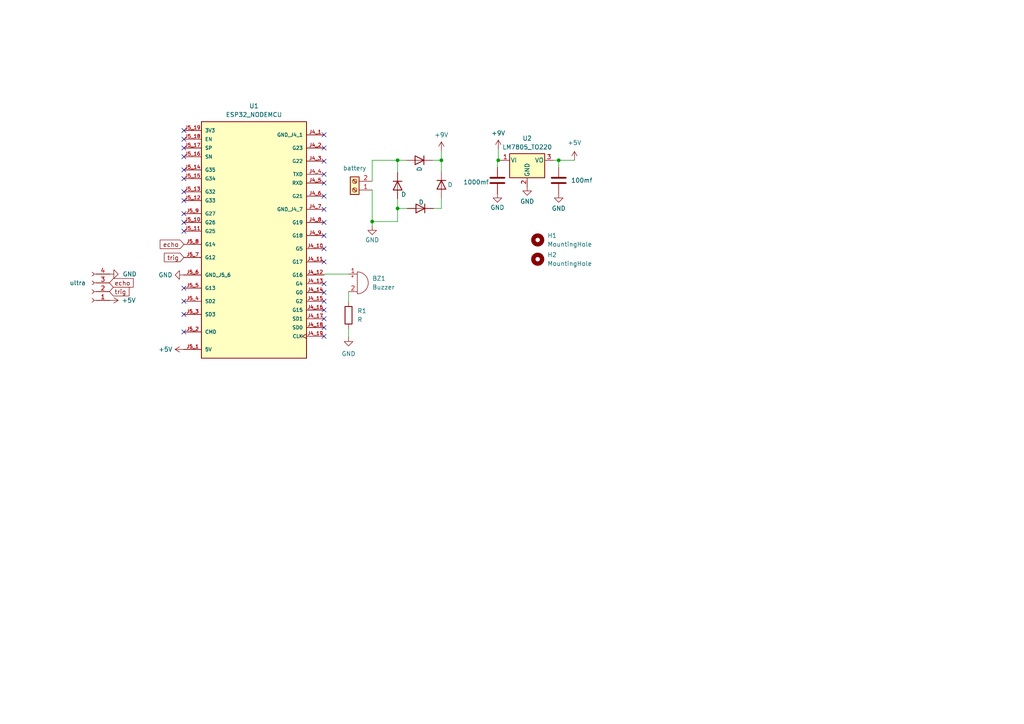
<source format=kicad_sch>
(kicad_sch (version 20231120) (generator "eeschema") (generator_version "8.0")
  (paper "A4")
  (lib_symbols
    (symbol "Connector:Conn_01x04_Socket" (pin_names (offset 1.016) hide)
      (property "Reference" "J" (at 0 5.08 0))
      (property "Value" "Conn_01x04_Socket" (at 0 -7.62 0))
      (symbol "Conn_01x04_Socket_1_1"
        (arc (start 0 -4.572) (mid -0.5058 -5.08) (end 0 -5.588) (stroke (width 0.1524)))
        (arc (start 0 -2.032) (mid -0.5058 -2.54) (end 0 -3.048) (stroke (width 0.1524)))
        (polyline (pts (xy -1.27 -5.08) (xy -0.508 -5.08)) (stroke (width 0.1524)))
        (polyline (pts (xy -1.27 -2.54) (xy -0.508 -2.54)) (stroke (width 0.1524)))
        (polyline (pts (xy -1.27 0) (xy -0.508 0)) (stroke (width 0.1524)))
        (polyline (pts (xy -1.27 2.54) (xy -0.508 2.54)) (stroke (width 0.1524)))
        (arc (start 0 0.508) (mid -0.5058 0) (end 0 -0.508) (stroke (width 0.1524)))
        (arc (start 0 3.048) (mid -0.5058 2.54) (end 0 2.032) (stroke (width 0.1524)))
        (pin passive line (at -5.08 2.54 0) (length 3.81) (name "Pin_1") (number "1"))
        (pin passive line (at -5.08 0 0) (length 3.81) (name "Pin_2") (number "2"))
        (pin passive line (at -5.08 -2.54 0) (length 3.81) (name "Pin_3") (number "3"))
        (pin passive line (at -5.08 -5.08 0) (length 3.81) (name "Pin_4") (number "4"))
      )
    )
    (symbol "Connector:Screw_Terminal_01x02" (pin_names (offset 1.016) hide)
      (property "Reference" "J" (at 0 2.54 0))
      (property "Value" "Screw_Terminal_01x02" (at 0 -5.08 0))
      (symbol "Screw_Terminal_01x02_1_1"
        (rectangle (start -1.27 1.27) (end 1.27 -3.81) (stroke (width 0.254)) (fill (type background)))
        (circle (center 0 -2.54) (radius 0.635) (stroke (width 0.1524)))
        (polyline (pts (xy -0.5334 -2.2098) (xy 0.3302 -3.048)) (stroke (width 0.1524)))
        (polyline (pts (xy -0.5334 0.3302) (xy 0.3302 -0.508)) (stroke (width 0.1524)))
        (polyline (pts (xy -0.3556 -2.032) (xy 0.508 -2.8702)) (stroke (width 0.1524)))
        (polyline (pts (xy -0.3556 0.508) (xy 0.508 -0.3302)) (stroke (width 0.1524)))
        (circle (center 0 0) (radius 0.635) (stroke (width 0.1524)))
        (pin passive line (at -5.08 0 0) (length 3.81) (name "Pin_1") (number "1"))
        (pin passive line (at -5.08 -2.54 0) (length 3.81) (name "Pin_2") (number "2"))
      )
    )
    (symbol "Device:Buzzer" (pin_names (offset 0.0254) hide)
      (property "Reference" "BZ" (at 3.81 1.27 0))
      (property "Value" "Buzzer" (at 3.81 -1.27 0))
      (symbol "Buzzer_0_1"
        (arc (start 0 -3.175) (mid 3.1612 0) (end 0 3.175))
        (polyline (pts (xy -1.651 1.905) (xy -1.143 1.905)))
        (polyline (pts (xy -1.397 2.159) (xy -1.397 1.651)))
        (polyline (pts (xy 0 3.175) (xy 0 -3.175)))
      )
      (symbol "Buzzer_1_1"
        (pin passive line (at -2.54 2.54 0) (length 2.54) (name "+") (number "1"))
        (pin passive line (at -2.54 -2.54 0) (length 2.54) (name "-") (number "2"))
      )
    )
    (symbol "Device:C" (pin_numbers hide) (pin_names (offset 0.254))
      (property "Reference" "C" (at 0.635 2.54 0))
      (property "Value" "C" (at 0.635 -2.54 0))
      (symbol "C_0_1"
        (polyline (pts (xy -2.032 -0.762) (xy 2.032 -0.762)) (stroke (width 0.508)))
        (polyline (pts (xy -2.032 0.762) (xy 2.032 0.762)) (stroke (width 0.508)))
      )
      (symbol "C_1_1"
        (pin passive line (at 0 3.81 270) (length 2.794) (name "~") (number "1"))
        (pin passive line (at 0 -3.81 90) (length 2.794) (name "~") (number "2"))
      )
    )
    (symbol "Device:D" (pin_numbers hide) (pin_names (offset 1.016) hide)
      (property "Reference" "D" (at 0 2.54 0))
      (property "Value" "D" (at 0 -2.54 0))
      (symbol "D_0_1"
        (polyline (pts (xy -1.27 1.27) (xy -1.27 -1.27)) (stroke (width 0.254)))
        (polyline (pts (xy 1.27 0) (xy -1.27 0)))
        (polyline (pts (xy 1.27 1.27) (xy 1.27 -1.27) (xy -1.27 0) (xy 1.27 1.27)) (stroke (width 0.254)))
      )
      (symbol "D_1_1"
        (pin passive line (at -3.81 0 0) (length 2.54) (name "K") (number "1"))
        (pin passive line (at 3.81 0 180) (length 2.54) (name "A") (number "2"))
      )
    )
    (symbol "Device:R" (pin_numbers hide) (pin_names (offset 0))
      (property "Reference" "R" (at 2.032 0 90))
      (property "Value" "R" (at 0 0 90))
      (symbol "R_0_1"
        (rectangle (start -1.016 -2.54) (end 1.016 2.54) (stroke (width 0.254)))
      )
      (symbol "R_1_1"
        (pin passive line (at 0 3.81 270) (length 1.27) (name "~") (number "1"))
        (pin passive line (at 0 -3.81 90) (length 1.27) (name "~") (number "2"))
      )
    )
    (symbol "ESP32_NODEMCU:ESP32_NODEMCU" (pin_names (offset 1.016))
      (property "Reference" "U1" (at 0 40.132 0))
      (property "Value" "ESP32_NODEMCU" (at 0 37.592 0))
      (symbol "ESP32_NODEMCU_0_0"
        (rectangle (start -15.24 35.56) (end 15.24 -33.02) (stroke (width 0.254)) (fill (type background)))
        (pin power_in line (at 20.32 31.75 180) (length 5.08) (name "GND_J4_1") (number "J4_1"))
        (pin bidirectional line (at 20.32 -1.27 180) (length 5.08) (name "G5") (number "J4_10"))
        (pin bidirectional line (at 20.32 -5.08 180) (length 5.08) (name "G17") (number "J4_11"))
        (pin bidirectional line (at 20.32 -8.89 180) (length 5.08) (name "G16") (number "J4_12"))
        (pin bidirectional line (at 20.32 -11.43 180) (length 5.08) (name "G4") (number "J4_13"))
        (pin bidirectional line (at 20.32 -13.97 180) (length 5.08) (name "G0") (number "J4_14"))
        (pin bidirectional line (at 20.32 -16.51 180) (length 5.08) (name "G2") (number "J4_15"))
        (pin bidirectional line (at 20.32 -19.05 180) (length 5.08) (name "G15") (number "J4_16"))
        (pin bidirectional line (at 20.32 -21.59 180) (length 5.08) (name "SD1") (number "J4_17"))
        (pin bidirectional line (at 20.32 -24.13 180) (length 5.08) (name "SD0") (number "J4_18"))
        (pin input clock (at 20.32 -26.67 180) (length 5.08) (name "CLK") (number "J4_19"))
        (pin bidirectional line (at 20.32 27.94 180) (length 5.08) (name "G23") (number "J4_2"))
        (pin bidirectional line (at 20.32 24.13 180) (length 5.08) (name "G22") (number "J4_3"))
        (pin output line (at 20.32 20.32 180) (length 5.08) (name "TXD") (number "J4_4"))
        (pin input line (at 20.32 17.78 180) (length 5.08) (name "RXD") (number "J4_5"))
        (pin bidirectional line (at 20.32 13.97 180) (length 5.08) (name "G21") (number "J4_6"))
        (pin power_in line (at 20.32 10.16 180) (length 5.08) (name "GND_J4_7") (number "J4_7"))
        (pin bidirectional line (at 20.32 6.35 180) (length 5.08) (name "G19") (number "J4_8"))
        (pin bidirectional line (at 20.32 2.54 180) (length 5.08) (name "G18") (number "J4_9"))
        (pin power_in line (at -20.32 -30.48 0) (length 5.08) (name "5V") (number "J5_1"))
        (pin bidirectional line (at -20.32 6.35 0) (length 5.08) (name "G26") (number "J5_10"))
        (pin bidirectional line (at -20.32 3.81 0) (length 5.08) (name "G25") (number "J5_11"))
        (pin bidirectional line (at -20.32 12.7 0) (length 5.08) (name "G33") (number "J5_12"))
        (pin bidirectional line (at -20.32 15.24 0) (length 5.08) (name "G32") (number "J5_13"))
        (pin bidirectional line (at -20.32 21.59 0) (length 5.08) (name "G35") (number "J5_14"))
        (pin bidirectional line (at -20.32 19.05 0) (length 5.08) (name "G34") (number "J5_15"))
        (pin input line (at -20.32 25.4 0) (length 5.08) (name "SN") (number "J5_16"))
        (pin input line (at -20.32 27.94 0) (length 5.08) (name "SP") (number "J5_17"))
        (pin input line (at -20.32 30.48 0) (length 5.08) (name "EN") (number "J5_18"))
        (pin power_in line (at -20.32 33.02 0) (length 5.08) (name "3V3") (number "J5_19"))
        (pin bidirectional line (at -20.32 -25.4 0) (length 5.08) (name "CMD") (number "J5_2"))
        (pin bidirectional line (at -20.32 -20.32 0) (length 5.08) (name "SD3") (number "J5_3"))
        (pin bidirectional line (at -20.32 -16.51 0) (length 5.08) (name "SD2") (number "J5_4"))
        (pin bidirectional line (at -20.32 -12.7 0) (length 5.08) (name "G13") (number "J5_5"))
        (pin power_in line (at -20.32 -8.89 0) (length 5.08) (name "GND_J5_6") (number "J5_6"))
        (pin bidirectional line (at -20.32 -3.81 0) (length 5.08) (name "G12") (number "J5_7"))
        (pin bidirectional line (at -20.32 0 0) (length 5.08) (name "G14") (number "J5_8"))
        (pin bidirectional line (at -20.32 8.89 0) (length 5.08) (name "G27") (number "J5_9"))
      )
    )
    (symbol "Mechanical:MountingHole" (pin_names (offset 1.016)) (exclude_from_sim yes) (in_bom no)
      (property "Reference" "H" (at 0 5.08 0))
      (property "Value" "MountingHole" (at 0 3.175 0))
      (symbol "MountingHole_0_1"
        (circle (center 0 0) (radius 1.27) (stroke (width 1.27)))
      )
    )
    (symbol "Regulator_Linear:LM7805_TO220" (pin_names (offset 0.254))
      (property "Reference" "U" (at -3.81 3.175 0))
      (property "Value" "LM7805_TO220" (at 0 3.175 0))
      (symbol "LM7805_TO220_0_1"
        (rectangle (start -5.08 1.905) (end 5.08 -5.08) (stroke (width 0.254)) (fill (type background)))
      )
      (symbol "LM7805_TO220_1_1"
        (pin power_in line (at -7.62 0 0) (length 2.54) (name "VI") (number "1"))
        (pin power_in line (at 0 -7.62 90) (length 2.54) (name "GND") (number "2"))
        (pin power_out line (at 7.62 0 180) (length 2.54) (name "VO") (number "3"))
      )
    )
    (symbol "power:+5V" (power) (pin_numbers hide) (pin_names (offset 0) hide)
      (property "Value" "+5V" (at 0 3.556 0))
      (symbol "+5V_0_1"
        (polyline (pts (xy -0.762 1.27) (xy 0 2.54)))
        (polyline (pts (xy 0 0) (xy 0 2.54)))
        (polyline (pts (xy 0 2.54) (xy 0.762 1.27)))
      )
      (symbol "+5V_1_1"
        (pin power_in line (at 0 0 90) (length 0) (name "~") (number "1"))
      )
    )
    (symbol "power:+9V" (power) (pin_numbers hide) (pin_names (offset 0) hide)
      (property "Value" "+9V" (at 0 3.556 0))
      (symbol "+9V_0_1"
        (polyline (pts (xy -0.762 1.27) (xy 0 2.54)))
        (polyline (pts (xy 0 0) (xy 0 2.54)))
        (polyline (pts (xy 0 2.54) (xy 0.762 1.27)))
      )
      (symbol "+9V_1_1"
        (pin power_in line (at 0 0 90) (length 0) (name "~") (number "1"))
      )
    )
    (symbol "power:GND" (power) (pin_numbers hide) (pin_names (offset 0) hide)
      (property "Value" "GND" (at 0 -3.81 0))
      (symbol "GND_0_1"
        (polyline (pts (xy 0 0) (xy 0 -1.27) (xy 1.27 -1.27) (xy 0 -2.54) (xy -1.27 -1.27) (xy 0 -1.27)))
      )
      (symbol "GND_1_1"
        (pin power_in line (at 0 0 270) (length 0) (name "~") (number "1"))
      )
    )
  )
  (junction (at 115.316 60.452))
  (junction (at 162.052 46.482))
  (junction (at 115.316 46.482))
  (junction (at 144.526 46.482))
  (junction (at 107.95 64.262))
  (junction (at 128.016 46.482))
  (no_connect (at 53.34 64.516))
  (no_connect (at 93.98 82.296))
  (no_connect (at 93.98 39.116))
  (no_connect (at 53.34 55.626))
  (no_connect (at 93.98 97.536))
  (no_connect (at 93.98 84.836))
  (no_connect (at 53.34 87.376))
  (no_connect (at 53.34 67.056))
  (no_connect (at 93.98 64.516))
  (no_connect (at 93.98 42.926))
  (no_connect (at 93.98 72.136))
  (no_connect (at 93.98 92.456))
  (no_connect (at 93.98 56.896))
  (no_connect (at 93.98 50.546))
  (no_connect (at 93.98 75.946))
  (no_connect (at 93.98 94.996))
  (no_connect (at 53.34 37.846))
  (no_connect (at 53.34 61.976))
  (no_connect (at 53.34 45.466))
  (no_connect (at 53.34 42.926))
  (no_connect (at 53.34 83.566))
  (no_connect (at 53.34 96.266))
  (no_connect (at 93.98 87.376))
  (no_connect (at 93.98 53.086))
  (no_connect (at 93.98 68.326))
  (no_connect (at 93.98 60.706))
  (no_connect (at 93.98 46.736))
  (no_connect (at 93.98 89.916))
  (no_connect (at 53.34 91.186))
  (no_connect (at 53.34 40.386))
  (no_connect (at 53.34 49.276))
  (no_connect (at 53.34 58.166))
  (no_connect (at 53.34 51.816))
  (wire (pts (xy 128.016 57.404) (xy 128.016 60.452)))
  (wire (pts (xy 144.526 46.482) (xy 145.288 46.482)))
  (wire (pts (xy 125.73 60.452) (xy 128.016 60.452)))
  (wire (pts (xy 115.316 60.452) (xy 118.11 60.452)))
  (wire (pts (xy 107.95 52.578) (xy 107.95 46.482)))
  (wire (pts (xy 101.092 95.25) (xy 101.092 97.79)))
  (wire (pts (xy 107.95 65.532) (xy 107.95 64.262)))
  (wire (pts (xy 101.092 84.582) (xy 101.092 87.63)))
  (wire (pts (xy 94.234 79.502) (xy 93.98 79.756)))
  (wire (pts (xy 115.316 57.658) (xy 115.316 60.452)))
  (wire (pts (xy 115.316 46.482) (xy 115.316 50.038)))
  (wire (pts (xy 107.95 64.262) (xy 115.316 64.262)))
  (wire (pts (xy 107.95 64.262) (xy 107.95 55.118)))
  (wire (pts (xy 125.476 46.482) (xy 128.016 46.482)))
  (wire (pts (xy 160.528 46.482) (xy 162.052 46.482)))
  (wire (pts (xy 162.052 46.482) (xy 162.052 48.514)))
  (wire (pts (xy 128.016 46.482) (xy 128.016 49.784)))
  (wire (pts (xy 144.272 46.482) (xy 144.272 48.514)))
  (wire (pts (xy 162.052 46.482) (xy 166.624 46.482)))
  (wire (pts (xy 115.316 60.452) (xy 115.316 64.262)))
  (wire (pts (xy 107.95 46.482) (xy 115.316 46.482)))
  (wire (pts (xy 144.272 46.482) (xy 144.526 46.482)))
  (wire (pts (xy 115.316 46.482) (xy 117.856 46.482)))
  (wire (pts (xy 101.092 79.502) (xy 94.234 79.502)))
  (wire (pts (xy 144.526 43.18) (xy 144.526 46.482)))
  (wire (pts (xy 128.016 43.688) (xy 128.016 46.482)))
  (global_label "trig" (shape input) (at 31.75 84.582 0) (property "Intersheetrefs" "${INTERSHEET_REFS}" (effects (hide yes))))
  (global_label "trig" (shape input) (at 53.34 74.676 180) (property "Intersheetrefs" "${INTERSHEET_REFS}" (effects (hide yes))))
  (global_label "echo" (shape input) (at 31.75 82.042 0) (property "Intersheetrefs" "${INTERSHEET_REFS}" (effects (hide yes))))
  (global_label "echo" (shape input) (at 53.34 70.866 180) (property "Intersheetrefs" "${INTERSHEET_REFS}" (effects (hide yes))))
  (symbol (lib_id "power:GND") (at 144.272 56.134 0) (unit 1)
    (property "Reference" "#PWR02" (effects (hide yes)))
    (property "Value" "GND" (at 144.272 60.198 0))
    (property "Description" "Power symbol creates a global label with name \"GND\" , ground" (effects (hide yes)))
  )
  (symbol (lib_id "power:GND") (at 152.908 54.102 0) (unit 1)
    (property "Reference" "#PWR03" (effects (hide yes)))
    (property "Value" "GND" (at 152.908 58.42 0))
    (property "Description" "Power symbol creates a global label with name \"GND\" , ground" (effects (hide yes)))
  )
  (symbol (lib_id "power:GND") (at 53.34 79.756 270) (unit 1)
    (property "Reference" "#PWR011" (effects (hide yes)))
    (property "Value" "GND" (at 50.038 79.7559 90) (effects (justify right)))
    (property "Description" "Power symbol creates a global label with name \"GND\" , ground" (effects (hide yes)))
  )
  (symbol (lib_id "Device:D") (at 121.666 46.482 180) (unit 1)
    (property "Reference" "D2" (effects (hide yes)))
    (property "Value" "D" (at 121.666 48.26 90) (effects (justify left)))
    (property "Footprint" "Diode_THT:D_DO-34_SOD68_P7.62mm_Horizontal" (effects (hide yes)))
    (property "Description" "Diode" (effects (hide yes)))
    (property "Sim.Device" "D" (effects (hide yes)))
    (property "Sim.Pins" "1=K 2=A" (effects (hide yes)))
  )
  (symbol (lib_id "power:+5V") (at 31.75 87.122 270) (unit 1)
    (property "Reference" "#PWR09" (effects (hide yes)))
    (property "Value" "+5V" (at 35.306 87.1219 90) (effects (justify left)))
    (property "Description" "Power symbol creates a global label with name \"+5V\"" (effects (hide yes)))
  )
  (symbol (lib_id "power:GND") (at 162.052 56.134 0) (unit 1)
    (property "Reference" "#PWR01" (effects (hide yes)))
    (property "Value" "GND" (at 162.052 60.452 0))
    (property "Description" "Power symbol creates a global label with name \"GND\" , ground" (effects (hide yes)))
  )
  (symbol (lib_id "Device:D") (at 128.016 53.594 270) (unit 1)
    (property "Reference" "D4" (effects (hide yes)))
    (property "Value" "D" (at 129.794 53.594 90) (effects (justify left)))
    (property "Footprint" "Diode_THT:D_DO-34_SOD68_P7.62mm_Horizontal" (effects (hide yes)))
    (property "Description" "Diode" (effects (hide yes)))
    (property "Sim.Device" "D" (effects (hide yes)))
    (property "Sim.Pins" "1=K 2=A" (effects (hide yes)))
  )
  (symbol (lib_id "Device:D") (at 121.92 60.452 180) (unit 1)
    (property "Reference" "D3" (effects (hide yes)))
    (property "Value" "D" (at 122.174 58.674 0))
    (property "Footprint" "Diode_THT:D_DO-34_SOD68_P7.62mm_Horizontal" (effects (hide yes)))
    (property "Description" "Diode" (effects (hide yes)))
    (property "Sim.Device" "D" (effects (hide yes)))
    (property "Sim.Pins" "1=K 2=A" (effects (hide yes)))
  )
  (symbol (lib_id "ESP32_NODEMCU:ESP32_NODEMCU") (at 73.66 70.866 0) (unit 1)
    (property "Reference" "U1" (at 73.66 30.734 0))
    (property "Value" "ESP32_NODEMCU" (at 73.66 33.274 0))
    (property "Footprint" "ESP32_NODEMCU:MODULE_ESP32_NODEMCU" (effects (hide yes)))
    (property "MF" "AZ Delivery" (effects (hide yes)))
    (property "MAXIMUM_PACKAGE_HEIGHT" "6.6 mm" (effects (hide yes)))
    (property "Package" "Package" (effects (hide yes)))
    (property "Price" "None" (effects (hide yes)))
    (property "Check_prices" "https://www.snapeda.com/parts/ESP32%20NODEMCU/AZ-Delivery/view-part/?ref=eda" (effects (hide yes)))
    (property "STANDARD" "Manufacturer Recommendations" (effects (hide yes)))
    (property "SnapEDA_Link" "https://www.snapeda.com/parts/ESP32%20NODEMCU/AZ-Delivery/view-part/?ref=snap" (effects (hide yes)))
    (property "MP" "ESP32 NODEMCU" (effects (hide yes)))
    (property "Description_1" "\nNodeMCU is an open source loT platform. ESP32 is a series of low cost, low power\nsystem-on-chip (SoC) microcontrollers with integrated Wi-Fi & dual-mode Bluetooth.\n" (effects (hide yes)))
    (property "Availability" "Not in stock" (effects (hide yes)))
    (property "MANUFACTURER" "Espressif Systems" (effects (hide yes)))
  )
  (symbol (lib_id "power:GND") (at 101.092 97.79 0) (unit 1)
    (property "Reference" "#PWR06" (effects (hide yes)))
    (property "Value" "GND" (at 101.092 102.616 0))
    (property "Description" "Power symbol creates a global label with name \"GND\" , ground" (effects (hide yes)))
  )
  (symbol (lib_id "power:+9V") (at 144.526 43.18 0) (unit 1)
    (property "Reference" "#PWR08" (effects (hide yes)))
    (property "Value" "+9V" (at 144.526 38.608 0))
    (property "Description" "Power symbol creates a global label with name \"+9V\"" (effects (hide yes)))
  )
  (symbol (lib_id "Mechanical:MountingHole") (at 155.956 69.596 0) (unit 1) (exclude_from_sim yes) (in_bom no)
    (property "Reference" "H1" (at 158.75 68.3259 0) (effects (justify left)))
    (property "Value" "MountingHole" (at 158.75 70.8659 0) (effects (justify left)))
    (property "Footprint" "MountingHole:MountingHole_2.5mm" (effects (hide yes)))
    (property "Description" "Mounting Hole without connection" (effects (hide yes)))
  )
  (symbol (lib_id "Connector:Screw_Terminal_01x02") (at 102.87 55.118 180) (unit 1)
    (property "Reference" "J2" (effects (hide yes)))
    (property "Value" "battery" (at 102.87 48.768 0))
    (property "Footprint" "TerminalBlock_Phoenix:TerminalBlock_Phoenix_MKDS-1,5-2-5.08_1x02_P5.08mm_Horizontal" (effects (hide yes)))
    (property "Description" "Generic screw terminal, single row, 01x02, script generated (kicad-library-utils/schlib/autogen/connector/)" (effects (hide yes)))
  )
  (symbol (lib_id "Device:C") (at 144.272 52.324 0) (unit 1)
    (property "Reference" "C1" (effects (hide yes)))
    (property "Value" "1000mf" (at 134.366 52.832 0) (effects (justify left)))
    (property "Footprint" "Capacitor_THT:C_Disc_D3.4mm_W2.1mm_P2.50mm" (effects (hide yes)))
    (property "Description" "Unpolarized capacitor" (effects (hide yes)))
  )
  (symbol (lib_id "Connector:Conn_01x04_Socket") (at 26.67 84.582 180) (unit 1)
    (property "Reference" "J1" (effects (hide yes)))
    (property "Value" "ultra" (at 24.892 82.0421 0) (effects (justify left)))
    (property "Footprint" "Connector_PinSocket_2.54mm:PinSocket_1x04_P2.54mm_Vertical" (effects (hide yes)))
    (property "Description" "Generic connector, single row, 01x04, script generated" (effects (hide yes)))
  )
  (symbol (lib_id "Device:D") (at 115.316 53.848 270) (unit 1)
    (property "Reference" "D1" (effects (hide yes)))
    (property "Value" "D" (at 116.332 56.388 90) (effects (justify left)))
    (property "Footprint" "Diode_THT:D_DO-34_SOD68_P7.62mm_Horizontal" (effects (hide yes)))
    (property "Description" "Diode" (effects (hide yes)))
    (property "Sim.Device" "D" (effects (hide yes)))
    (property "Sim.Pins" "1=K 2=A" (effects (hide yes)))
  )
  (symbol (lib_id "power:GND") (at 107.95 65.532 0) (unit 1)
    (property "Reference" "#PWR05" (effects (hide yes)))
    (property "Value" "GND" (at 107.95 69.596 0))
    (property "Description" "Power symbol creates a global label with name \"GND\" , ground" (effects (hide yes)))
  )
  (symbol (lib_id "Device:R") (at 101.092 91.44 0) (unit 1)
    (property "Reference" "R1" (at 103.632 90.1699 0) (effects (justify left)))
    (property "Value" "R" (at 103.632 92.7099 0) (effects (justify left)))
    (property "Footprint" "Resistor_THT:R_Axial_DIN0204_L3.6mm_D1.6mm_P5.08mm_Horizontal" (effects (hide yes)))
    (property "Description" "Resistor" (effects (hide yes)))
  )
  (symbol (lib_id "power:+5V") (at 53.34 101.346 90) (unit 1)
    (property "Reference" "#PWR012" (effects (hide yes)))
    (property "Value" "+5V" (at 50.038 101.3459 90) (effects (justify left)))
    (property "Description" "Power symbol creates a global label with name \"+5V\"" (effects (hide yes)))
  )
  (symbol (lib_id "Mechanical:MountingHole") (at 155.956 75.184 0) (unit 1) (exclude_from_sim yes) (in_bom no)
    (property "Reference" "H2" (at 158.75 73.9139 0) (effects (justify left)))
    (property "Value" "MountingHole" (at 158.75 76.4539 0) (effects (justify left)))
    (property "Footprint" "MountingHole:MountingHole_2.5mm" (effects (hide yes)))
    (property "Description" "Mounting Hole without connection" (effects (hide yes)))
  )
  (symbol (lib_id "power:GND") (at 31.75 79.502 90) (unit 1)
    (property "Reference" "#PWR010" (effects (hide yes)))
    (property "Value" "GND" (at 35.56 79.5019 90) (effects (justify right)))
    (property "Description" "Power symbol creates a global label with name \"GND\" , ground" (effects (hide yes)))
  )
  (symbol (lib_id "power:+5V") (at 166.624 46.482 0) (unit 1)
    (property "Reference" "#PWR04" (effects (hide yes)))
    (property "Value" "+5V" (at 166.624 41.402 0))
    (property "Description" "Power symbol creates a global label with name \"+5V\"" (effects (hide yes)))
  )
  (symbol (lib_id "power:+9V") (at 128.016 43.688 0) (unit 1)
    (property "Reference" "#PWR07" (effects (hide yes)))
    (property "Value" "+9V" (at 128.016 39.116 0))
    (property "Description" "Power symbol creates a global label with name \"+9V\"" (effects (hide yes)))
  )
  (symbol (lib_id "Device:C") (at 162.052 52.324 0) (unit 1)
    (property "Reference" "C2" (effects (hide yes)))
    (property "Value" "100mf" (at 165.608 52.3239 0) (effects (justify left)))
    (property "Footprint" "Capacitor_THT:C_Disc_D3.4mm_W2.1mm_P2.50mm" (effects (hide yes)))
    (property "Description" "Unpolarized capacitor" (effects (hide yes)))
  )
  (symbol (lib_id "Regulator_Linear:LM7805_TO220") (at 152.908 46.482 0) (unit 1)
    (property "Reference" "U2" (at 152.908 40.132 0))
    (property "Value" "LM7805_TO220" (at 152.908 42.672 0))
    (property "Footprint" "Package_TO_SOT_THT:TO-220-3_Vertical" (effects (hide yes)))
    (property "Datasheet" "https://www.onsemi.cn/PowerSolutions/document/MC7800-D.PDF" (effects (hide yes)))
    (property "Description" "Positive 1A 35V Linear Regulator, Fixed Output 5V, TO-220" (effects (hide yes)))
  )
  (symbol (lib_id "Device:Buzzer") (at 103.632 82.042 0) (unit 1)
    (property "Reference" "BZ1" (at 107.95 80.7719 0) (effects (justify left)))
    (property "Value" "Buzzer" (at 107.95 83.3119 0) (effects (justify left)))
    (property "Footprint" "Buzzer_Beeper:Buzzer_D14mm_H7mm_P10mm" (effects (hide yes)))
    (property "Description" "Buzzer, polarized" (effects (hide yes)))
  )
)
</source>
